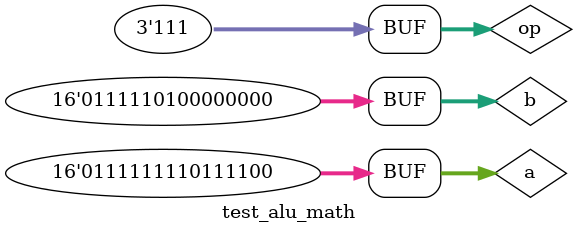
<source format=v>
module test_alu_math; 
    // inputs 
    reg signed [15:0] a, b;
    reg [2:0] op;
    // outputs
    wire signed [15:0] result;
    wire overflow, zero, c_out;

    alu_16_bit my_alu(result, overflow, zero, c_out, a, b, op);

    initial 
        begin 
            a = 0; b = 0; op = 2;
            #10 a = 0; b = 0; op = 6;
            #10 a = 0; b = 0; op = 7;

            #10 a = 5; b = 5; op = 2;
            #10 a = 5; b = 5; op = 6;
            #10 a = 5; b = 5; op = 7;

            #10 a = 5; b = 2; op = 2;
            #10 a = 5; b = 2; op = 6;
            #10 a = 5; b = 2; op = 7;

            #10 a = -3; b = -1; op = 2;
            #10 a = -3; b = -1; op = 6;
            #10 a = -3; b = -1; op = 7;

            #10 a = 1; b = 7; op = 2;
            #10 a = 1; b = 7; op = 6;
            #10 a = 1; b = 7; op = 7;

            #10 a = -4; b = -7; op = 2;
            #10 a = -4; b = -7; op = 6;
            #10 a = -4; b = -7; op = 7;

            #10 a = -5; b = 6; op = 2;
            #10 a = -5; b = 6; op = 6;
            #10 a = -5; b = 6; op = 7;

            #10 a = 0; b = -8; op = 2;
            #10 a = 0; b = -8; op = 6;
            #10 a = 0; b = -8; op = 7;

            #10 a = 16383; b = 1; op = 2;
            #10 a = 16383; b = 1; op = 6;
            #10 a = 16383; b = 1; op = 7;

            #10 a = 32700; b = 32000; op = 2;
            #10 a = 32700; b = 32000; op = 6;
            #10 a = 32700; b = 32000; op = 7;
        end

    initial 
        $monitor("%d %d %d %b %d %b %b %b", $time, a, b, op, result, overflow, zero, c_out);

endmodule

</source>
